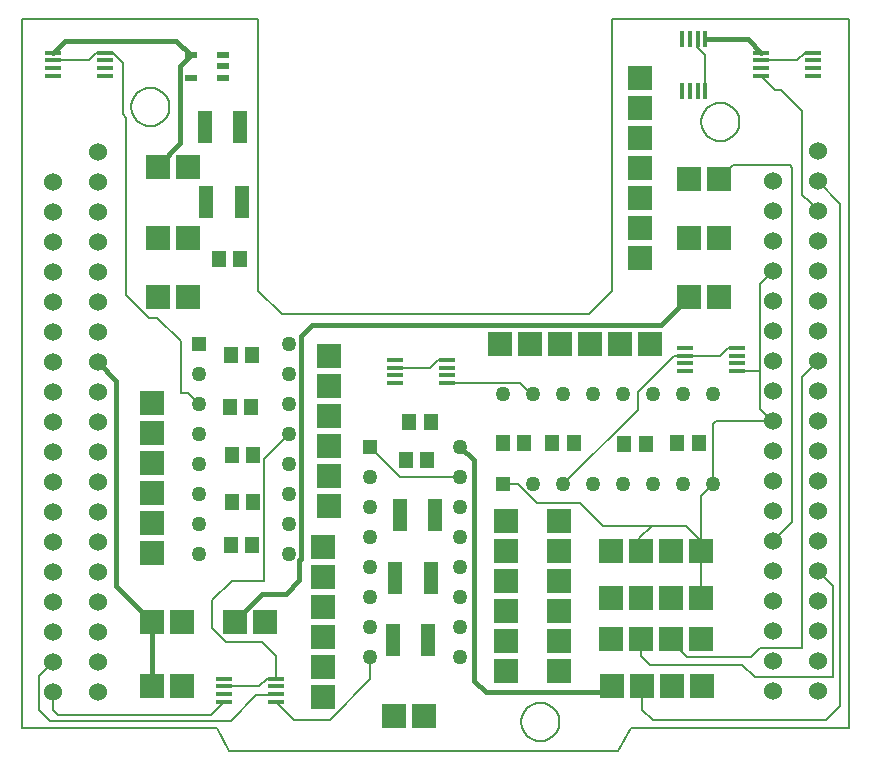
<source format=gbr>
G04 PROTEUS GERBER X2 FILE*
%TF.GenerationSoftware,Labcenter,Proteus,8.12-SP2-Build31155*%
%TF.CreationDate,2021-12-06T20:36:36+00:00*%
%TF.FileFunction,Copper,L2,Bot*%
%TF.FilePolarity,Positive*%
%TF.Part,Single*%
%TF.SameCoordinates,{41aeb68f-70a9-4567-b6d7-def337a2806a}*%
%FSLAX45Y45*%
%MOMM*%
G01*
%TA.AperFunction,Conductor*%
%ADD10C,0.203200*%
%ADD11C,0.381000*%
%ADD12C,0.304800*%
%TA.AperFunction,ComponentPad*%
%ADD14C,1.524000*%
%TA.AperFunction,ComponentPad*%
%ADD13R,1.270000X1.270000*%
%ADD15C,1.270000*%
%TA.AperFunction,ComponentPad*%
%ADD16R,2.032000X2.032000*%
%TA.AperFunction,SMDPad,CuDef*%
%ADD18R,1.447800X0.457200*%
%ADD19R,0.457200X1.447800*%
%TA.AperFunction,SMDPad,CuDef*%
%ADD70R,1.041400X0.558800*%
%TA.AperFunction,SMDPad,CuDef*%
%ADD71R,1.143000X2.692400*%
%ADD20R,1.143000X1.447800*%
%TA.AperFunction,Profile*%
%ADD17C,0.203200*%
%TD.AperFunction*%
D10*
X+5332459Y+1711604D02*
X+4916067Y+1711604D01*
X+4726376Y+1901295D01*
X+4359521Y+1901295D01*
X+4198816Y+2062000D01*
X+4074000Y+2062000D01*
X+5332459Y+1711604D02*
X+5226048Y+1605193D01*
X+5226048Y+1601600D01*
X+5242000Y+1500000D01*
X+2950000Y+2380000D02*
X+3204000Y+2126000D01*
X+3712000Y+2126000D01*
D11*
X+3712000Y+2380000D02*
X+3828817Y+2263183D01*
X+3828817Y+397652D01*
X+3925975Y+300494D01*
X+4950494Y+300494D01*
X+5000000Y+350000D01*
X+1100000Y+350000D02*
X+1100000Y+900000D01*
X+641000Y+3098000D02*
X+800305Y+2938695D01*
X+800305Y+2887056D01*
X+800305Y+1199695D01*
X+1100000Y+900000D01*
D10*
X+5254000Y+350000D02*
X+5254000Y+154843D01*
X+5344153Y+64690D01*
X+6809538Y+64690D01*
X+6930000Y+185152D01*
X+6930000Y+4433000D01*
X+6737000Y+4626000D01*
X+5242000Y+750000D02*
X+5242000Y+606732D01*
X+5315898Y+532834D01*
X+6100539Y+532834D01*
X+6205984Y+427389D01*
X+6863468Y+427389D01*
X+6863468Y+1197532D01*
X+6737000Y+1324000D01*
X+5852000Y+2062000D02*
X+5852000Y+2573767D01*
X+5878378Y+2600145D01*
X+6349855Y+2600145D01*
X+6356000Y+2594000D01*
X+5750000Y+1500000D02*
X+5750000Y+1585538D01*
X+5750000Y+1960000D01*
X+5852000Y+2062000D01*
X+5750000Y+1585538D02*
X+5623934Y+1711604D01*
X+5332459Y+1711604D01*
X+5496000Y+750000D02*
X+5496000Y+736796D01*
X+5634486Y+598310D01*
X+6169878Y+598310D01*
X+6250809Y+679241D01*
X+6605662Y+679241D01*
X+6605662Y+2970662D01*
X+6737000Y+3102000D01*
X+5750000Y+1500000D02*
X+5750000Y+1100000D01*
X+5904000Y+4650000D02*
X+6020305Y+4766305D01*
X+6499998Y+4766305D01*
X+6523343Y+4742960D01*
X+6523343Y+1745343D01*
X+6356000Y+1578000D01*
D11*
X+1800000Y+900000D02*
X+1921579Y+1021579D01*
D12*
X+1932421Y+1032421D01*
D11*
X+2031590Y+1131590D01*
X+2231590Y+1131590D01*
X+2350000Y+1250000D01*
X+2350000Y+1417378D01*
X+2362243Y+1429621D01*
X+2362243Y+3315805D01*
X+2459323Y+3412885D01*
X+5412885Y+3412885D01*
X+5650000Y+3650000D01*
D10*
X+2150000Y+220000D02*
X+2303086Y+66914D01*
X+2456962Y+66914D01*
X+2607481Y+66914D01*
X+2950000Y+409433D01*
X+2950000Y+602000D01*
X+1710000Y+350000D02*
X+2008155Y+350000D01*
X+2073155Y+415000D01*
X+2150000Y+415000D01*
X+6250000Y+3020000D02*
X+6034793Y+3020000D01*
X+6023459Y+3031334D01*
X+6050000Y+3020000D01*
X+6349855Y+2600145D02*
X+6250000Y+2700000D01*
X+6250000Y+3020000D01*
X+6250000Y+3758000D01*
X+6356000Y+3864000D01*
X+5610000Y+3150000D02*
X+5914257Y+3150000D01*
X+5979257Y+3215000D01*
X+6050000Y+3215000D01*
X+4582000Y+2062000D02*
X+5212331Y+2692331D01*
X+5212331Y+2845275D01*
X+5517056Y+3150000D01*
X+5610000Y+3150000D01*
X+5785000Y+5390000D02*
X+5785000Y+5694992D01*
X+5717882Y+5762110D01*
X+5717882Y+5838407D01*
X+5720000Y+5830000D01*
X+6260000Y+5650000D02*
X+6563018Y+5650000D01*
X+6628018Y+5715000D01*
X+6700000Y+5715000D01*
D11*
X+5785000Y+5830000D02*
X+6145000Y+5830000D01*
X+6260000Y+5715000D01*
D10*
X+260000Y+5650000D02*
X+563938Y+5650000D01*
X+628938Y+5715000D01*
X+700000Y+5715000D01*
D11*
X+260000Y+5715000D02*
X+361631Y+5816631D01*
X+459889Y+5816631D01*
X+1308369Y+5816631D01*
X+1430000Y+5695000D01*
X+1341134Y+5606134D01*
X+1341134Y+4951453D01*
X+1150000Y+4760319D01*
X+1150000Y+4750000D01*
D10*
X+6260000Y+5520000D02*
X+6377059Y+5402941D01*
X+6424190Y+5402941D01*
X+6607881Y+5219250D01*
X+6607881Y+4677679D01*
X+6607881Y+4509824D01*
X+6669505Y+4448200D01*
X+6737000Y+4372000D01*
X+3160000Y+3050000D02*
X+3454470Y+3050000D01*
X+3519470Y+3115000D01*
X+3600000Y+3115000D01*
X+260000Y+558000D02*
X+143572Y+441572D01*
X+143572Y+151572D01*
X+235144Y+60000D01*
X+1770000Y+60000D01*
X+1984913Y+274913D01*
X+2077610Y+274913D01*
X+2150000Y+285000D01*
X+260000Y+304000D02*
X+260000Y+152437D01*
X+302437Y+110000D01*
X+1600000Y+110000D01*
X+1710000Y+220000D01*
X+2150000Y+415000D02*
X+2150000Y+606059D01*
X+2030025Y+726034D01*
X+1731318Y+726034D01*
X+1610000Y+847352D01*
X+1610000Y+1080000D01*
X+1775580Y+1245580D01*
X+2046060Y+1245580D01*
X+2046060Y+2272060D01*
X+2262000Y+2488000D01*
X+1500000Y+2742000D02*
X+1404111Y+2837889D01*
X+1346920Y+2837889D01*
X+1346920Y+3270843D01*
X+1144874Y+3472889D01*
X+1072716Y+3472889D01*
X+885102Y+3660503D01*
X+885102Y+5161945D01*
X+851784Y+5195263D01*
X+851784Y+5632849D01*
X+763411Y+5721222D01*
X+733479Y+5721222D01*
X+700000Y+5715000D01*
X+3600000Y+2920000D02*
X+4216549Y+2920000D01*
X+4264500Y+2872049D01*
X+4328000Y+2824000D01*
D14*
X+641000Y+4876000D03*
X+260000Y+4622000D03*
X+641000Y+4622000D03*
X+260000Y+4368000D03*
X+641000Y+4368000D03*
X+260000Y+4114000D03*
X+641000Y+4114000D03*
X+260000Y+3860000D03*
X+641000Y+3860000D03*
X+260000Y+3606000D03*
X+641000Y+3606000D03*
X+260000Y+3352000D03*
X+641000Y+3352000D03*
X+260000Y+3098000D03*
X+641000Y+3098000D03*
X+260000Y+2844000D03*
X+641000Y+2844000D03*
X+260000Y+2590000D03*
X+641000Y+2590000D03*
X+260000Y+2336000D03*
X+641000Y+2336000D03*
X+260000Y+2082000D03*
X+641000Y+2082000D03*
X+260000Y+1828000D03*
X+641000Y+1828000D03*
X+260000Y+1574000D03*
X+641000Y+1574000D03*
X+260000Y+1320000D03*
X+641000Y+1320000D03*
X+260000Y+1066000D03*
X+641000Y+1066000D03*
X+260000Y+812000D03*
X+641000Y+812000D03*
X+260000Y+558000D03*
X+641000Y+558000D03*
X+260000Y+304000D03*
X+641000Y+304000D03*
X+6737000Y+4880000D03*
X+6356000Y+4626000D03*
X+6737000Y+4626000D03*
X+6356000Y+4372000D03*
X+6737000Y+4372000D03*
X+6356000Y+4118000D03*
X+6737000Y+4118000D03*
X+6356000Y+3864000D03*
X+6737000Y+3864000D03*
X+6356000Y+3610000D03*
X+6737000Y+3610000D03*
X+6356000Y+3356000D03*
X+6737000Y+3356000D03*
X+6356000Y+3102000D03*
X+6737000Y+3102000D03*
X+6356000Y+2848000D03*
X+6737000Y+2848000D03*
X+6356000Y+2594000D03*
X+6737000Y+2594000D03*
X+6356000Y+2340000D03*
X+6737000Y+2340000D03*
X+6356000Y+2086000D03*
X+6737000Y+2086000D03*
X+6356000Y+1832000D03*
X+6737000Y+1832000D03*
X+6356000Y+1578000D03*
X+6737000Y+1578000D03*
X+6356000Y+1324000D03*
X+6737000Y+1324000D03*
X+6356000Y+1070000D03*
X+6737000Y+1070000D03*
X+6356000Y+816000D03*
X+6737000Y+816000D03*
X+6356000Y+562000D03*
X+6737000Y+562000D03*
X+6356000Y+308000D03*
X+6737000Y+308000D03*
D13*
X+1500000Y+3250000D03*
D15*
X+1500000Y+2996000D03*
X+1500000Y+2742000D03*
X+1500000Y+2488000D03*
X+1500000Y+2234000D03*
X+1500000Y+1980000D03*
X+1500000Y+1726000D03*
X+1500000Y+1472000D03*
X+2262000Y+1472000D03*
X+2262000Y+1726000D03*
X+2262000Y+1980000D03*
X+2262000Y+2234000D03*
X+2262000Y+2488000D03*
X+2262000Y+2742000D03*
X+2262000Y+2996000D03*
X+2262000Y+3250000D03*
D13*
X+2950000Y+2380000D03*
D15*
X+2950000Y+2126000D03*
X+2950000Y+1872000D03*
X+2950000Y+1618000D03*
X+2950000Y+1364000D03*
X+2950000Y+1110000D03*
X+2950000Y+856000D03*
X+2950000Y+602000D03*
X+3712000Y+602000D03*
X+3712000Y+856000D03*
X+3712000Y+1110000D03*
X+3712000Y+1364000D03*
X+3712000Y+1618000D03*
X+3712000Y+1872000D03*
X+3712000Y+2126000D03*
X+3712000Y+2380000D03*
D16*
X+5750000Y+1500000D03*
X+5496000Y+1500000D03*
X+5242000Y+1500000D03*
X+4988000Y+1500000D03*
X+5230000Y+5500000D03*
X+5230000Y+5246000D03*
X+5230000Y+4992000D03*
X+5230000Y+4738000D03*
X+5230000Y+4484000D03*
X+5230000Y+4230000D03*
X+5230000Y+3976000D03*
X+5750000Y+750000D03*
X+5496000Y+750000D03*
X+5242000Y+750000D03*
X+4988000Y+750000D03*
X+5750000Y+1100000D03*
X+5496000Y+1100000D03*
X+5242000Y+1100000D03*
X+4988000Y+1100000D03*
X+4050000Y+3250000D03*
X+4304000Y+3250000D03*
X+4558000Y+3250000D03*
X+4812000Y+3250000D03*
X+5066000Y+3250000D03*
X+5320000Y+3250000D03*
X+4550000Y+1750000D03*
X+4550000Y+1496000D03*
X+4550000Y+1242000D03*
X+4550000Y+988000D03*
X+4550000Y+734000D03*
X+4550000Y+480000D03*
X+2600000Y+3150000D03*
X+2600000Y+2896000D03*
X+2600000Y+2642000D03*
X+2600000Y+2388000D03*
X+2600000Y+2134000D03*
X+2600000Y+1880000D03*
X+1100000Y+2750000D03*
X+1100000Y+2496000D03*
X+1100000Y+2242000D03*
X+1100000Y+1988000D03*
X+1100000Y+1734000D03*
X+1100000Y+1480000D03*
X+4100000Y+1750000D03*
X+4100000Y+1496000D03*
X+4100000Y+1242000D03*
X+4100000Y+988000D03*
X+4100000Y+734000D03*
X+4100000Y+480000D03*
X+2550000Y+1530000D03*
X+2550000Y+1276000D03*
X+2550000Y+1022000D03*
X+2550000Y+768000D03*
X+2550000Y+514000D03*
X+2550000Y+260000D03*
X+3150000Y+100000D03*
X+3404000Y+100000D03*
X+5000000Y+350000D03*
X+5254000Y+350000D03*
X+5508000Y+350000D03*
X+5762000Y+350000D03*
D13*
X+4074000Y+2062000D03*
D15*
X+4328000Y+2062000D03*
X+4582000Y+2062000D03*
X+4836000Y+2062000D03*
X+5090000Y+2062000D03*
X+5344000Y+2062000D03*
X+5598000Y+2062000D03*
X+5852000Y+2062000D03*
X+5852000Y+2824000D03*
X+5598000Y+2824000D03*
X+5344000Y+2824000D03*
X+5090000Y+2824000D03*
X+4836000Y+2824000D03*
X+4582000Y+2824000D03*
X+4328000Y+2824000D03*
X+4074000Y+2824000D03*
D16*
X+1150000Y+3650000D03*
X+1404000Y+3650000D03*
X+1150000Y+4150000D03*
X+1404000Y+4150000D03*
X+1150000Y+4750000D03*
X+1404000Y+4750000D03*
X+1100000Y+900000D03*
X+1354000Y+900000D03*
X+1100000Y+350000D03*
X+1354000Y+350000D03*
X+1800000Y+900000D03*
X+2054000Y+900000D03*
X+5650000Y+4650000D03*
X+5904000Y+4650000D03*
X+5650000Y+4150000D03*
X+5904000Y+4150000D03*
X+5650000Y+3650000D03*
X+5904000Y+3650000D03*
D18*
X+2150000Y+415000D03*
X+2150000Y+350000D03*
X+2150000Y+285000D03*
X+2150000Y+220000D03*
X+1710000Y+220000D03*
X+1710000Y+285000D03*
X+1710000Y+350000D03*
X+1710000Y+415000D03*
X+3600000Y+3115000D03*
X+3600000Y+3050000D03*
X+3600000Y+2985000D03*
X+3600000Y+2920000D03*
X+3160000Y+2920000D03*
X+3160000Y+2985000D03*
X+3160000Y+3050000D03*
X+3160000Y+3115000D03*
X+700000Y+5715000D03*
X+700000Y+5650000D03*
X+700000Y+5585000D03*
X+700000Y+5520000D03*
X+260000Y+5520000D03*
X+260000Y+5585000D03*
X+260000Y+5650000D03*
X+260000Y+5715000D03*
X+6700000Y+5715000D03*
X+6700000Y+5650000D03*
X+6700000Y+5585000D03*
X+6700000Y+5520000D03*
X+6260000Y+5520000D03*
X+6260000Y+5585000D03*
X+6260000Y+5650000D03*
X+6260000Y+5715000D03*
D19*
X+5785000Y+5390000D03*
X+5720000Y+5390000D03*
X+5655000Y+5390000D03*
X+5590000Y+5390000D03*
X+5590000Y+5830000D03*
X+5655000Y+5830000D03*
X+5720000Y+5830000D03*
X+5785000Y+5830000D03*
D70*
X+1700000Y+5695000D03*
X+1700000Y+5600000D03*
X+1700000Y+5505000D03*
X+1430000Y+5505000D03*
X+1430000Y+5695000D03*
D18*
X+6050000Y+3215000D03*
X+6050000Y+3150000D03*
X+6050000Y+3085000D03*
X+6050000Y+3020000D03*
X+5610000Y+3020000D03*
X+5610000Y+3085000D03*
X+5610000Y+3150000D03*
X+5610000Y+3215000D03*
D71*
X+1850000Y+5090000D03*
X+1550000Y+5090000D03*
X+1860000Y+4450000D03*
X+1560000Y+4450000D03*
D20*
X+1850000Y+3970000D03*
X+1670000Y+3970000D03*
X+3430000Y+2270000D03*
X+3250000Y+2270000D03*
D71*
X+3500000Y+1800000D03*
X+3200000Y+1800000D03*
X+3460000Y+1270000D03*
X+3160000Y+1270000D03*
X+3440000Y+740000D03*
X+3140000Y+740000D03*
D20*
X+4250000Y+2410000D03*
X+4070000Y+2410000D03*
X+4670000Y+2410000D03*
X+4490000Y+2410000D03*
X+1950000Y+3160000D03*
X+1770000Y+3160000D03*
X+1940000Y+2720000D03*
X+1760000Y+2720000D03*
X+1960000Y+2310000D03*
X+1780000Y+2310000D03*
X+1960000Y+1910000D03*
X+1780000Y+1910000D03*
X+3460000Y+2590000D03*
X+3280000Y+2590000D03*
X+5280000Y+2400000D03*
X+5100000Y+2400000D03*
X+1950000Y+1550000D03*
X+1770000Y+1550000D03*
X+5730000Y+2410000D03*
X+5550000Y+2410000D03*
D17*
X+0Y+0D02*
X+1650000Y+0D01*
X+7000000Y+0D02*
X+7000000Y+6000000D01*
X+5000000Y+6000000D01*
X+5000000Y+3700000D01*
X+4800000Y+3500000D01*
X+2200000Y+3500000D01*
X+2000000Y+3700000D02*
X+2000000Y+6000000D01*
X+0Y+6000000D01*
X+0Y+0D01*
X+2000000Y+3700000D02*
X+2200000Y+3500000D01*
X+5160000Y+0D02*
X+7000000Y+0D01*
X+1750000Y-200000D02*
X+5050000Y-200000D01*
X+1650000Y+0D02*
X+1750000Y-200000D01*
X+5160000Y+0D02*
X+5050000Y-200000D01*
X+4550045Y+50000D02*
X+4549508Y+63142D01*
X+4545144Y+89427D01*
X+4536029Y+115712D01*
X+4521182Y+141997D01*
X+4498470Y+168118D01*
X+4472185Y+187898D01*
X+4445900Y+200658D01*
X+4419615Y+208108D01*
X+4393330Y+210987D01*
X+4389000Y+211045D01*
X+4227955Y+50000D02*
X+4228492Y+63142D01*
X+4232856Y+89427D01*
X+4241971Y+115712D01*
X+4256818Y+141997D01*
X+4279530Y+168118D01*
X+4305815Y+187898D01*
X+4332100Y+200658D01*
X+4358385Y+208108D01*
X+4384670Y+210987D01*
X+4389000Y+211045D01*
X+4227955Y+50000D02*
X+4228492Y+36858D01*
X+4232856Y+10573D01*
X+4241971Y-15712D01*
X+4256818Y-41997D01*
X+4279530Y-68118D01*
X+4305815Y-87898D01*
X+4332100Y-100658D01*
X+4358385Y-108108D01*
X+4384670Y-110987D01*
X+4389000Y-111045D01*
X+4550045Y+50000D02*
X+4549508Y+36858D01*
X+4545144Y+10573D01*
X+4536029Y-15712D01*
X+4521182Y-41997D01*
X+4498470Y-68118D01*
X+4472185Y-87898D01*
X+4445900Y-100658D01*
X+4419615Y-108108D01*
X+4393330Y-110987D01*
X+4389000Y-111045D01*
X+6074045Y+5130000D02*
X+6073508Y+5143142D01*
X+6069144Y+5169427D01*
X+6060029Y+5195712D01*
X+6045182Y+5221997D01*
X+6022470Y+5248118D01*
X+5996185Y+5267898D01*
X+5969900Y+5280658D01*
X+5943615Y+5288108D01*
X+5917330Y+5290987D01*
X+5913000Y+5291045D01*
X+5751955Y+5130000D02*
X+5752492Y+5143142D01*
X+5756856Y+5169427D01*
X+5765971Y+5195712D01*
X+5780818Y+5221997D01*
X+5803530Y+5248118D01*
X+5829815Y+5267898D01*
X+5856100Y+5280658D01*
X+5882385Y+5288108D01*
X+5908670Y+5290987D01*
X+5913000Y+5291045D01*
X+5751955Y+5130000D02*
X+5752492Y+5116858D01*
X+5756856Y+5090573D01*
X+5765971Y+5064288D01*
X+5780818Y+5038003D01*
X+5803530Y+5011882D01*
X+5829815Y+4992102D01*
X+5856100Y+4979342D01*
X+5882385Y+4971892D01*
X+5908670Y+4969013D01*
X+5913000Y+4968955D01*
X+6074045Y+5130000D02*
X+6073508Y+5116858D01*
X+6069144Y+5090573D01*
X+6060029Y+5064288D01*
X+6045182Y+5038003D01*
X+6022470Y+5011882D01*
X+5996185Y+4992102D01*
X+5969900Y+4979342D01*
X+5943615Y+4971892D01*
X+5917330Y+4969013D01*
X+5913000Y+4968955D01*
X+1248045Y+5257000D02*
X+1247508Y+5270142D01*
X+1243144Y+5296427D01*
X+1234029Y+5322712D01*
X+1219182Y+5348997D01*
X+1196470Y+5375118D01*
X+1170185Y+5394898D01*
X+1143900Y+5407658D01*
X+1117615Y+5415108D01*
X+1091330Y+5417987D01*
X+1087000Y+5418045D01*
X+925955Y+5257000D02*
X+926492Y+5270142D01*
X+930856Y+5296427D01*
X+939971Y+5322712D01*
X+954818Y+5348997D01*
X+977530Y+5375118D01*
X+1003815Y+5394898D01*
X+1030100Y+5407658D01*
X+1056385Y+5415108D01*
X+1082670Y+5417987D01*
X+1087000Y+5418045D01*
X+925955Y+5257000D02*
X+926492Y+5243858D01*
X+930856Y+5217573D01*
X+939971Y+5191288D01*
X+954818Y+5165003D01*
X+977530Y+5138882D01*
X+1003815Y+5119102D01*
X+1030100Y+5106342D01*
X+1056385Y+5098892D01*
X+1082670Y+5096013D01*
X+1087000Y+5095955D01*
X+1248045Y+5257000D02*
X+1247508Y+5243858D01*
X+1243144Y+5217573D01*
X+1234029Y+5191288D01*
X+1219182Y+5165003D01*
X+1196470Y+5138882D01*
X+1170185Y+5119102D01*
X+1143900Y+5106342D01*
X+1117615Y+5098892D01*
X+1091330Y+5096013D01*
X+1087000Y+5095955D01*
M02*

</source>
